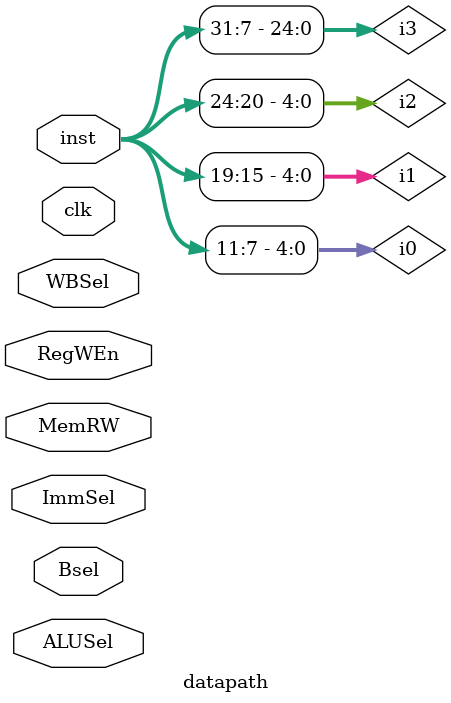
<source format=v>
module datapath(inst, clk, ImmSel, RegWEn, Bsel, ALUSel, MemRW, WBSel);
  input [31:0] inst;
  input RegWEn, Bsel, MemRW, WBSel, clk;
  input [1:0] ImmSel;
  input [3:0] ALUSel;
  //ImmSel = 00 ~ I
  //ImmSel = 01 ~ S
  //ImmSel = 10 ~ U
  
  wire [4:0] i0, i1, i2;
  wire [24:0] i3;
  wire [31:0] DA, DB, imm, mux_out, alu_res, memread, wb;
  assign i0 = inst[11:7];
  assign i1 = inst[19:15];
  assign i2 = inst[24:20];
  assign i3 = inst[31:7];
  immgen f1 (.in(i3), .immsel(ImmSel), .out(imm));
  regfile f2 (.WriteData(wb), .WriteAddress(i0), .RegWriteEn(RegWEn), .ReadAddress1(i1), 
  .ReadAddress2(i2), .ReadData1(DA), .ReadData2(DB), .Clk(clk));
  mux f3 (.sel(Bsel), .in0(DB), .in1(imm), .s(mux_out));
  alu f4 (.reg1(DA), .reg2(mux_out), .ALUsel(ALUSel), .ALUresult(alu_res));
  dmem f5 (.clk(clk), .Address(alu_res), .WriteData(DB), .ReadData(memread), .MemRW(MemRW));
  mux f6 (.sel(WBSel), .in0(memread), .in1(alu_res), .s(wb));
endmodule



</source>
